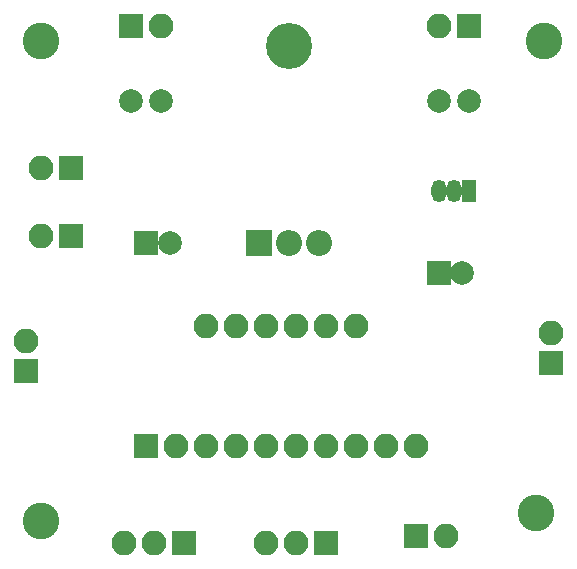
<source format=gbr>
G04 #@! TF.FileFunction,Soldermask,Top*
%FSLAX46Y46*%
G04 Gerber Fmt 4.6, Leading zero omitted, Abs format (unit mm)*
G04 Created by KiCad (PCBNEW 4.0.7) date 03/21/18 08:00:39*
%MOMM*%
%LPD*%
G01*
G04 APERTURE LIST*
%ADD10C,0.100000*%
%ADD11O,2.100000X2.100000*%
%ADD12R,2.100000X2.100000*%
%ADD13R,2.000000X2.000000*%
%ADD14C,2.000000*%
%ADD15O,3.900000X3.900000*%
%ADD16R,2.200000X2.200000*%
%ADD17O,2.200000X2.200000*%
%ADD18O,1.300000X1.900000*%
%ADD19R,1.300000X1.900000*%
%ADD20C,3.100000*%
G04 APERTURE END LIST*
D10*
D11*
X126365000Y-57150000D03*
X123825000Y-57150000D03*
X121285000Y-57150000D03*
X118745000Y-57150000D03*
X116205000Y-57150000D03*
X113665000Y-57150000D03*
D12*
X108585000Y-67310000D03*
D11*
X111125000Y-67310000D03*
X113665000Y-67310000D03*
X116205000Y-67310000D03*
X118745000Y-67310000D03*
X121285000Y-67310000D03*
X123825000Y-67310000D03*
X126365000Y-67310000D03*
X128905000Y-67310000D03*
X131445000Y-67310000D03*
D13*
X133350000Y-52705000D03*
D14*
X135350000Y-52705000D03*
D13*
X108585000Y-50165000D03*
D14*
X110585000Y-50165000D03*
X107315000Y-38100000D03*
X109815000Y-38100000D03*
X135890000Y-38100000D03*
X133390000Y-38100000D03*
D12*
X142875000Y-60325000D03*
D11*
X142875000Y-57785000D03*
D12*
X98425000Y-60960000D03*
D11*
X98425000Y-58420000D03*
D12*
X123825000Y-75565000D03*
D11*
X121285000Y-75565000D03*
X118745000Y-75565000D03*
D12*
X111760000Y-75565000D03*
D11*
X109220000Y-75565000D03*
X106680000Y-75565000D03*
D12*
X102235000Y-49530000D03*
D11*
X99695000Y-49530000D03*
D12*
X102235000Y-43815000D03*
D11*
X99695000Y-43815000D03*
D12*
X131445000Y-74930000D03*
D11*
X133985000Y-74930000D03*
D12*
X107315000Y-31750000D03*
D11*
X109855000Y-31750000D03*
D12*
X135890000Y-31750000D03*
D11*
X133350000Y-31750000D03*
D15*
X120650000Y-33505000D03*
D16*
X118110000Y-50165000D03*
D17*
X120650000Y-50165000D03*
X123190000Y-50165000D03*
D18*
X134620000Y-45720000D03*
X133350000Y-45720000D03*
D19*
X135890000Y-45720000D03*
D20*
X142240000Y-33020000D03*
X99695000Y-33020000D03*
X99695000Y-73660000D03*
X141605000Y-73025000D03*
M02*

</source>
